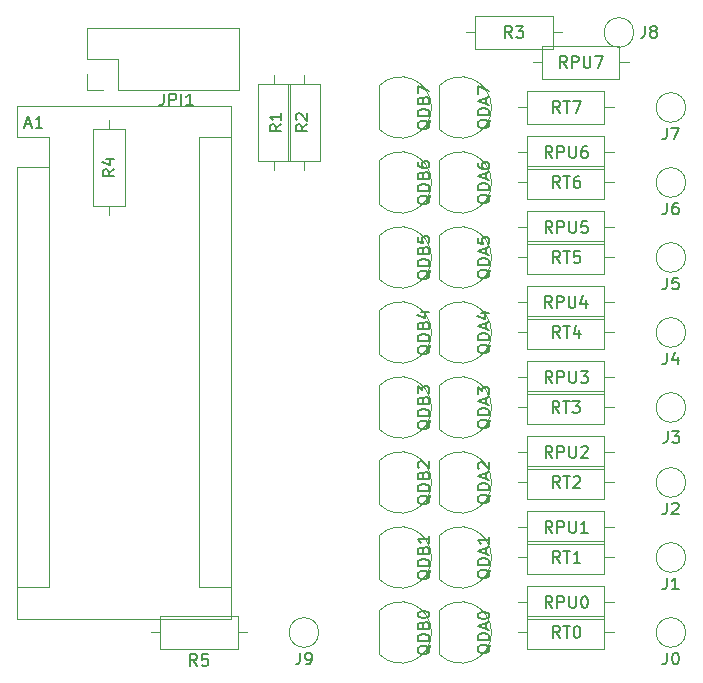
<source format=gto>
G04 #@! TF.GenerationSoftware,KiCad,Pcbnew,5.1.5-52549c5~84~ubuntu19.10.1*
G04 #@! TF.CreationDate,2020-03-08T12:02:41+01:00*
G04 #@! TF.ProjectId,touchcircuit,746f7563-6863-4697-9263-7569742e6b69,rev?*
G04 #@! TF.SameCoordinates,Original*
G04 #@! TF.FileFunction,Legend,Top*
G04 #@! TF.FilePolarity,Positive*
%FSLAX46Y46*%
G04 Gerber Fmt 4.6, Leading zero omitted, Abs format (unit mm)*
G04 Created by KiCad (PCBNEW 5.1.5-52549c5~84~ubuntu19.10.1) date 2020-03-08 12:02:41*
%MOMM*%
%LPD*%
G04 APERTURE LIST*
%ADD10C,0.120000*%
%ADD11C,0.150000*%
G04 APERTURE END LIST*
D10*
X16510000Y-25400000D02*
X16510000Y-22860000D01*
X16510000Y-22860000D02*
X13840000Y-22860000D01*
X13840000Y-25400000D02*
X13840000Y-63630000D01*
X13840000Y-20190000D02*
X13840000Y-22860000D01*
X29210000Y-22860000D02*
X31880000Y-22860000D01*
X29210000Y-22860000D02*
X29210000Y-60960000D01*
X29210000Y-60960000D02*
X31880000Y-60960000D01*
X16510000Y-25400000D02*
X13840000Y-25400000D01*
X16510000Y-25400000D02*
X16510000Y-60960000D01*
X16510000Y-60960000D02*
X13840000Y-60960000D01*
X13840000Y-63630000D02*
X31880000Y-63630000D01*
X31880000Y-63630000D02*
X31880000Y-20190000D01*
X31880000Y-20190000D02*
X13840000Y-20190000D01*
X70413575Y-64770000D02*
G75*
G03X70413575Y-64770000I-1251000J0D01*
G01*
X70413575Y-58420000D02*
G75*
G03X70413575Y-58420000I-1251000J0D01*
G01*
X70413575Y-52070000D02*
G75*
G03X70413575Y-52070000I-1251000J0D01*
G01*
X70413575Y-45720000D02*
G75*
G03X70413575Y-45720000I-1251000J0D01*
G01*
X70413575Y-39370000D02*
G75*
G03X70413575Y-39370000I-1251000J0D01*
G01*
X70413575Y-33020000D02*
G75*
G03X70413575Y-33020000I-1251000J0D01*
G01*
X70413575Y-26670000D02*
G75*
G03X70413575Y-26670000I-1251000J0D01*
G01*
X70413575Y-20320000D02*
G75*
G03X70413575Y-20320000I-1251000J0D01*
G01*
X66021000Y-13970000D02*
G75*
G03X66021000Y-13970000I-1251000J0D01*
G01*
X32560000Y-18800000D02*
X32560000Y-13600000D01*
X22340000Y-18800000D02*
X32560000Y-18800000D01*
X19740000Y-13600000D02*
X32560000Y-13600000D01*
X22340000Y-18800000D02*
X22340000Y-16200000D01*
X22340000Y-16200000D02*
X19740000Y-16200000D01*
X19740000Y-16200000D02*
X19740000Y-13600000D01*
X21070000Y-18800000D02*
X19740000Y-18800000D01*
X19740000Y-18800000D02*
X19740000Y-17470000D01*
X49544097Y-66608478D02*
G75*
G03X53982575Y-64770000I1838478J1838478D01*
G01*
X49544097Y-62931522D02*
G75*
G02X53982575Y-64770000I1838478J-1838478D01*
G01*
X49532575Y-62970000D02*
X49532575Y-66570000D01*
X49532575Y-56620000D02*
X49532575Y-60220000D01*
X49544097Y-56581522D02*
G75*
G02X53982575Y-58420000I1838478J-1838478D01*
G01*
X49544097Y-60258478D02*
G75*
G03X53982575Y-58420000I1838478J1838478D01*
G01*
X49544097Y-53908478D02*
G75*
G03X53982575Y-52070000I1838478J1838478D01*
G01*
X49544097Y-50231522D02*
G75*
G02X53982575Y-52070000I1838478J-1838478D01*
G01*
X49532575Y-50270000D02*
X49532575Y-53870000D01*
X49544097Y-47558478D02*
G75*
G03X53982575Y-45720000I1838478J1838478D01*
G01*
X49544097Y-43881522D02*
G75*
G02X53982575Y-45720000I1838478J-1838478D01*
G01*
X49532575Y-43920000D02*
X49532575Y-47520000D01*
X49544097Y-41208478D02*
G75*
G03X53982575Y-39370000I1838478J1838478D01*
G01*
X49544097Y-37531522D02*
G75*
G02X53982575Y-39370000I1838478J-1838478D01*
G01*
X49532575Y-37570000D02*
X49532575Y-41170000D01*
X49544097Y-34858478D02*
G75*
G03X53982575Y-33020000I1838478J1838478D01*
G01*
X49544097Y-31181522D02*
G75*
G02X53982575Y-33020000I1838478J-1838478D01*
G01*
X49532575Y-31220000D02*
X49532575Y-34820000D01*
X49544097Y-28508478D02*
G75*
G03X53982575Y-26670000I1838478J1838478D01*
G01*
X49544097Y-24831522D02*
G75*
G02X53982575Y-26670000I1838478J-1838478D01*
G01*
X49532575Y-24870000D02*
X49532575Y-28470000D01*
X49544097Y-22158478D02*
G75*
G03X53982575Y-20320000I1838478J1838478D01*
G01*
X49544097Y-18481522D02*
G75*
G02X53982575Y-20320000I1838478J-1838478D01*
G01*
X49532575Y-18520000D02*
X49532575Y-22120000D01*
X44464097Y-66608478D02*
G75*
G03X48902575Y-64770000I1838478J1838478D01*
G01*
X44464097Y-62931522D02*
G75*
G02X48902575Y-64770000I1838478J-1838478D01*
G01*
X44452575Y-62970000D02*
X44452575Y-66570000D01*
X44452575Y-56620000D02*
X44452575Y-60220000D01*
X44464097Y-56581522D02*
G75*
G02X48902575Y-58420000I1838478J-1838478D01*
G01*
X44464097Y-60258478D02*
G75*
G03X48902575Y-58420000I1838478J1838478D01*
G01*
X44452575Y-50270000D02*
X44452575Y-53870000D01*
X44464097Y-50231522D02*
G75*
G02X48902575Y-52070000I1838478J-1838478D01*
G01*
X44464097Y-53908478D02*
G75*
G03X48902575Y-52070000I1838478J1838478D01*
G01*
X44452575Y-43920000D02*
X44452575Y-47520000D01*
X44464097Y-43881522D02*
G75*
G02X48902575Y-45720000I1838478J-1838478D01*
G01*
X44464097Y-47558478D02*
G75*
G03X48902575Y-45720000I1838478J1838478D01*
G01*
X44452575Y-37570000D02*
X44452575Y-41170000D01*
X44464097Y-37531522D02*
G75*
G02X48902575Y-39370000I1838478J-1838478D01*
G01*
X44464097Y-41208478D02*
G75*
G03X48902575Y-39370000I1838478J1838478D01*
G01*
X44452575Y-31220000D02*
X44452575Y-34820000D01*
X44464097Y-31181522D02*
G75*
G02X48902575Y-33020000I1838478J-1838478D01*
G01*
X44464097Y-34858478D02*
G75*
G03X48902575Y-33020000I1838478J1838478D01*
G01*
X44452575Y-24870000D02*
X44452575Y-28470000D01*
X44464097Y-24831522D02*
G75*
G02X48902575Y-26670000I1838478J-1838478D01*
G01*
X44464097Y-28508478D02*
G75*
G03X48902575Y-26670000I1838478J1838478D01*
G01*
X44452575Y-18520000D02*
X44452575Y-22120000D01*
X44464097Y-18481522D02*
G75*
G02X48902575Y-20320000I1838478J-1838478D01*
G01*
X44464097Y-22158478D02*
G75*
G03X48902575Y-20320000I1838478J1838478D01*
G01*
X36730000Y-24860000D02*
X39470000Y-24860000D01*
X39470000Y-24860000D02*
X39470000Y-18320000D01*
X39470000Y-18320000D02*
X36730000Y-18320000D01*
X36730000Y-18320000D02*
X36730000Y-24860000D01*
X38100000Y-25630000D02*
X38100000Y-24860000D01*
X38100000Y-17550000D02*
X38100000Y-18320000D01*
X35560000Y-25630000D02*
X35560000Y-24860000D01*
X35560000Y-17550000D02*
X35560000Y-18320000D01*
X36930000Y-24860000D02*
X36930000Y-18320000D01*
X34190000Y-24860000D02*
X36930000Y-24860000D01*
X34190000Y-18320000D02*
X34190000Y-24860000D01*
X36930000Y-18320000D02*
X34190000Y-18320000D01*
X52610000Y-12600000D02*
X52610000Y-15340000D01*
X52610000Y-15340000D02*
X59150000Y-15340000D01*
X59150000Y-15340000D02*
X59150000Y-12600000D01*
X59150000Y-12600000D02*
X52610000Y-12600000D01*
X51840000Y-13970000D02*
X52610000Y-13970000D01*
X59920000Y-13970000D02*
X59150000Y-13970000D01*
X21590000Y-29440000D02*
X21590000Y-28670000D01*
X21590000Y-21360000D02*
X21590000Y-22130000D01*
X22960000Y-28670000D02*
X22960000Y-22130000D01*
X20220000Y-28670000D02*
X22960000Y-28670000D01*
X20220000Y-22130000D02*
X20220000Y-28670000D01*
X22960000Y-22130000D02*
X20220000Y-22130000D01*
X64312575Y-64770000D02*
X63542575Y-64770000D01*
X56232575Y-64770000D02*
X57002575Y-64770000D01*
X63542575Y-63400000D02*
X57002575Y-63400000D01*
X63542575Y-66140000D02*
X63542575Y-63400000D01*
X57002575Y-66140000D02*
X63542575Y-66140000D01*
X57002575Y-63400000D02*
X57002575Y-66140000D01*
X64312575Y-58420000D02*
X63542575Y-58420000D01*
X56232575Y-58420000D02*
X57002575Y-58420000D01*
X63542575Y-57050000D02*
X57002575Y-57050000D01*
X63542575Y-59790000D02*
X63542575Y-57050000D01*
X57002575Y-59790000D02*
X63542575Y-59790000D01*
X57002575Y-57050000D02*
X57002575Y-59790000D01*
X64312575Y-52070000D02*
X63542575Y-52070000D01*
X56232575Y-52070000D02*
X57002575Y-52070000D01*
X63542575Y-50700000D02*
X57002575Y-50700000D01*
X63542575Y-53440000D02*
X63542575Y-50700000D01*
X57002575Y-53440000D02*
X63542575Y-53440000D01*
X57002575Y-50700000D02*
X57002575Y-53440000D01*
X57002575Y-44350000D02*
X57002575Y-47090000D01*
X57002575Y-47090000D02*
X63542575Y-47090000D01*
X63542575Y-47090000D02*
X63542575Y-44350000D01*
X63542575Y-44350000D02*
X57002575Y-44350000D01*
X56232575Y-45720000D02*
X57002575Y-45720000D01*
X64312575Y-45720000D02*
X63542575Y-45720000D01*
X57002575Y-38000000D02*
X57002575Y-40740000D01*
X57002575Y-40740000D02*
X63542575Y-40740000D01*
X63542575Y-40740000D02*
X63542575Y-38000000D01*
X63542575Y-38000000D02*
X57002575Y-38000000D01*
X56232575Y-39370000D02*
X57002575Y-39370000D01*
X64312575Y-39370000D02*
X63542575Y-39370000D01*
X57002575Y-31650000D02*
X57002575Y-34390000D01*
X57002575Y-34390000D02*
X63542575Y-34390000D01*
X63542575Y-34390000D02*
X63542575Y-31650000D01*
X63542575Y-31650000D02*
X57002575Y-31650000D01*
X56232575Y-33020000D02*
X57002575Y-33020000D01*
X64312575Y-33020000D02*
X63542575Y-33020000D01*
X57002575Y-25300000D02*
X57002575Y-28040000D01*
X57002575Y-28040000D02*
X63542575Y-28040000D01*
X63542575Y-28040000D02*
X63542575Y-25300000D01*
X63542575Y-25300000D02*
X57002575Y-25300000D01*
X56232575Y-26670000D02*
X57002575Y-26670000D01*
X64312575Y-26670000D02*
X63542575Y-26670000D01*
X57002575Y-18950000D02*
X57002575Y-21690000D01*
X57002575Y-21690000D02*
X63542575Y-21690000D01*
X63542575Y-21690000D02*
X63542575Y-18950000D01*
X63542575Y-18950000D02*
X57002575Y-18950000D01*
X56232575Y-20320000D02*
X57002575Y-20320000D01*
X64312575Y-20320000D02*
X63542575Y-20320000D01*
X56232575Y-62230000D02*
X57002575Y-62230000D01*
X64312575Y-62230000D02*
X63542575Y-62230000D01*
X57002575Y-63600000D02*
X63542575Y-63600000D01*
X57002575Y-60860000D02*
X57002575Y-63600000D01*
X63542575Y-60860000D02*
X57002575Y-60860000D01*
X63542575Y-63600000D02*
X63542575Y-60860000D01*
X63542575Y-57250000D02*
X63542575Y-54510000D01*
X63542575Y-54510000D02*
X57002575Y-54510000D01*
X57002575Y-54510000D02*
X57002575Y-57250000D01*
X57002575Y-57250000D02*
X63542575Y-57250000D01*
X64312575Y-55880000D02*
X63542575Y-55880000D01*
X56232575Y-55880000D02*
X57002575Y-55880000D01*
X56232575Y-49530000D02*
X57002575Y-49530000D01*
X64312575Y-49530000D02*
X63542575Y-49530000D01*
X57002575Y-50900000D02*
X63542575Y-50900000D01*
X57002575Y-48160000D02*
X57002575Y-50900000D01*
X63542575Y-48160000D02*
X57002575Y-48160000D01*
X63542575Y-50900000D02*
X63542575Y-48160000D01*
X63542575Y-44550000D02*
X63542575Y-41810000D01*
X63542575Y-41810000D02*
X57002575Y-41810000D01*
X57002575Y-41810000D02*
X57002575Y-44550000D01*
X57002575Y-44550000D02*
X63542575Y-44550000D01*
X64312575Y-43180000D02*
X63542575Y-43180000D01*
X56232575Y-43180000D02*
X57002575Y-43180000D01*
X56232575Y-36830000D02*
X57002575Y-36830000D01*
X64312575Y-36830000D02*
X63542575Y-36830000D01*
X57002575Y-38200000D02*
X63542575Y-38200000D01*
X57002575Y-35460000D02*
X57002575Y-38200000D01*
X63542575Y-35460000D02*
X57002575Y-35460000D01*
X63542575Y-38200000D02*
X63542575Y-35460000D01*
X63542575Y-31850000D02*
X63542575Y-29110000D01*
X63542575Y-29110000D02*
X57002575Y-29110000D01*
X57002575Y-29110000D02*
X57002575Y-31850000D01*
X57002575Y-31850000D02*
X63542575Y-31850000D01*
X64312575Y-30480000D02*
X63542575Y-30480000D01*
X56232575Y-30480000D02*
X57002575Y-30480000D01*
X56232575Y-24130000D02*
X57002575Y-24130000D01*
X64312575Y-24130000D02*
X63542575Y-24130000D01*
X57002575Y-25500000D02*
X63542575Y-25500000D01*
X57002575Y-22760000D02*
X57002575Y-25500000D01*
X63542575Y-22760000D02*
X57002575Y-22760000D01*
X63542575Y-25500000D02*
X63542575Y-22760000D01*
X64812575Y-17880000D02*
X64812575Y-15140000D01*
X64812575Y-15140000D02*
X58272575Y-15140000D01*
X58272575Y-15140000D02*
X58272575Y-17880000D01*
X58272575Y-17880000D02*
X64812575Y-17880000D01*
X65582575Y-16510000D02*
X64812575Y-16510000D01*
X57502575Y-16510000D02*
X58272575Y-16510000D01*
X39351000Y-64770000D02*
G75*
G03X39351000Y-64770000I-1251000J0D01*
G01*
X32480000Y-66140000D02*
X32480000Y-63400000D01*
X32480000Y-63400000D02*
X25940000Y-63400000D01*
X25940000Y-63400000D02*
X25940000Y-66140000D01*
X25940000Y-66140000D02*
X32480000Y-66140000D01*
X33250000Y-64770000D02*
X32480000Y-64770000D01*
X25170000Y-64770000D02*
X25940000Y-64770000D01*
D11*
X14525714Y-21756666D02*
X15001904Y-21756666D01*
X14430476Y-22042380D02*
X14763809Y-21042380D01*
X15097142Y-22042380D01*
X15954285Y-22042380D02*
X15382857Y-22042380D01*
X15668571Y-22042380D02*
X15668571Y-21042380D01*
X15573333Y-21185238D01*
X15478095Y-21280476D01*
X15382857Y-21328095D01*
X68829241Y-66472380D02*
X68829241Y-67186666D01*
X68781622Y-67329523D01*
X68686384Y-67424761D01*
X68543527Y-67472380D01*
X68448289Y-67472380D01*
X69495908Y-66472380D02*
X69591146Y-66472380D01*
X69686384Y-66520000D01*
X69734003Y-66567619D01*
X69781622Y-66662857D01*
X69829241Y-66853333D01*
X69829241Y-67091428D01*
X69781622Y-67281904D01*
X69734003Y-67377142D01*
X69686384Y-67424761D01*
X69591146Y-67472380D01*
X69495908Y-67472380D01*
X69400670Y-67424761D01*
X69353051Y-67377142D01*
X69305432Y-67281904D01*
X69257813Y-67091428D01*
X69257813Y-66853333D01*
X69305432Y-66662857D01*
X69353051Y-66567619D01*
X69400670Y-66520000D01*
X69495908Y-66472380D01*
X68829241Y-60122380D02*
X68829241Y-60836666D01*
X68781622Y-60979523D01*
X68686384Y-61074761D01*
X68543527Y-61122380D01*
X68448289Y-61122380D01*
X69829241Y-61122380D02*
X69257813Y-61122380D01*
X69543527Y-61122380D02*
X69543527Y-60122380D01*
X69448289Y-60265238D01*
X69353051Y-60360476D01*
X69257813Y-60408095D01*
X68829241Y-53772380D02*
X68829241Y-54486666D01*
X68781622Y-54629523D01*
X68686384Y-54724761D01*
X68543527Y-54772380D01*
X68448289Y-54772380D01*
X69257813Y-53867619D02*
X69305432Y-53820000D01*
X69400670Y-53772380D01*
X69638765Y-53772380D01*
X69734003Y-53820000D01*
X69781622Y-53867619D01*
X69829241Y-53962857D01*
X69829241Y-54058095D01*
X69781622Y-54200952D01*
X69210194Y-54772380D01*
X69829241Y-54772380D01*
X68881666Y-47712380D02*
X68881666Y-48426666D01*
X68834047Y-48569523D01*
X68738809Y-48664761D01*
X68595952Y-48712380D01*
X68500714Y-48712380D01*
X69262619Y-47712380D02*
X69881666Y-47712380D01*
X69548333Y-48093333D01*
X69691190Y-48093333D01*
X69786428Y-48140952D01*
X69834047Y-48188571D01*
X69881666Y-48283809D01*
X69881666Y-48521904D01*
X69834047Y-48617142D01*
X69786428Y-48664761D01*
X69691190Y-48712380D01*
X69405476Y-48712380D01*
X69310238Y-48664761D01*
X69262619Y-48617142D01*
X68829241Y-41072380D02*
X68829241Y-41786666D01*
X68781622Y-41929523D01*
X68686384Y-42024761D01*
X68543527Y-42072380D01*
X68448289Y-42072380D01*
X69734003Y-41405714D02*
X69734003Y-42072380D01*
X69495908Y-41024761D02*
X69257813Y-41739047D01*
X69876860Y-41739047D01*
X68829241Y-34722380D02*
X68829241Y-35436666D01*
X68781622Y-35579523D01*
X68686384Y-35674761D01*
X68543527Y-35722380D01*
X68448289Y-35722380D01*
X69781622Y-34722380D02*
X69305432Y-34722380D01*
X69257813Y-35198571D01*
X69305432Y-35150952D01*
X69400670Y-35103333D01*
X69638765Y-35103333D01*
X69734003Y-35150952D01*
X69781622Y-35198571D01*
X69829241Y-35293809D01*
X69829241Y-35531904D01*
X69781622Y-35627142D01*
X69734003Y-35674761D01*
X69638765Y-35722380D01*
X69400670Y-35722380D01*
X69305432Y-35674761D01*
X69257813Y-35627142D01*
X68829241Y-28372380D02*
X68829241Y-29086666D01*
X68781622Y-29229523D01*
X68686384Y-29324761D01*
X68543527Y-29372380D01*
X68448289Y-29372380D01*
X69734003Y-28372380D02*
X69543527Y-28372380D01*
X69448289Y-28420000D01*
X69400670Y-28467619D01*
X69305432Y-28610476D01*
X69257813Y-28800952D01*
X69257813Y-29181904D01*
X69305432Y-29277142D01*
X69353051Y-29324761D01*
X69448289Y-29372380D01*
X69638765Y-29372380D01*
X69734003Y-29324761D01*
X69781622Y-29277142D01*
X69829241Y-29181904D01*
X69829241Y-28943809D01*
X69781622Y-28848571D01*
X69734003Y-28800952D01*
X69638765Y-28753333D01*
X69448289Y-28753333D01*
X69353051Y-28800952D01*
X69305432Y-28848571D01*
X69257813Y-28943809D01*
X68829241Y-22022380D02*
X68829241Y-22736666D01*
X68781622Y-22879523D01*
X68686384Y-22974761D01*
X68543527Y-23022380D01*
X68448289Y-23022380D01*
X69210194Y-22022380D02*
X69876860Y-22022380D01*
X69448289Y-23022380D01*
X66976666Y-13422380D02*
X66976666Y-14136666D01*
X66929047Y-14279523D01*
X66833809Y-14374761D01*
X66690952Y-14422380D01*
X66595714Y-14422380D01*
X67595714Y-13850952D02*
X67500476Y-13803333D01*
X67452857Y-13755714D01*
X67405238Y-13660476D01*
X67405238Y-13612857D01*
X67452857Y-13517619D01*
X67500476Y-13470000D01*
X67595714Y-13422380D01*
X67786190Y-13422380D01*
X67881428Y-13470000D01*
X67929047Y-13517619D01*
X67976666Y-13612857D01*
X67976666Y-13660476D01*
X67929047Y-13755714D01*
X67881428Y-13803333D01*
X67786190Y-13850952D01*
X67595714Y-13850952D01*
X67500476Y-13898571D01*
X67452857Y-13946190D01*
X67405238Y-14041428D01*
X67405238Y-14231904D01*
X67452857Y-14327142D01*
X67500476Y-14374761D01*
X67595714Y-14422380D01*
X67786190Y-14422380D01*
X67881428Y-14374761D01*
X67929047Y-14327142D01*
X67976666Y-14231904D01*
X67976666Y-14041428D01*
X67929047Y-13946190D01*
X67881428Y-13898571D01*
X67786190Y-13850952D01*
X26233571Y-19137380D02*
X26233571Y-19851666D01*
X26185952Y-19994523D01*
X26090714Y-20089761D01*
X25947857Y-20137380D01*
X25852619Y-20137380D01*
X26709761Y-20137380D02*
X26709761Y-19137380D01*
X27090714Y-19137380D01*
X27185952Y-19185000D01*
X27233571Y-19232619D01*
X27281190Y-19327857D01*
X27281190Y-19470714D01*
X27233571Y-19565952D01*
X27185952Y-19613571D01*
X27090714Y-19661190D01*
X26709761Y-19661190D01*
X27709761Y-20137380D02*
X27709761Y-19137380D01*
X28709761Y-20137380D02*
X28138333Y-20137380D01*
X28424047Y-20137380D02*
X28424047Y-19137380D01*
X28328809Y-19280238D01*
X28233571Y-19375476D01*
X28138333Y-19423095D01*
X53887619Y-65793809D02*
X53840000Y-65889047D01*
X53744761Y-65984285D01*
X53601904Y-66127142D01*
X53554285Y-66222380D01*
X53554285Y-66317619D01*
X53792380Y-66270000D02*
X53744761Y-66365238D01*
X53649523Y-66460476D01*
X53459047Y-66508095D01*
X53125714Y-66508095D01*
X52935238Y-66460476D01*
X52840000Y-66365238D01*
X52792380Y-66270000D01*
X52792380Y-66079523D01*
X52840000Y-65984285D01*
X52935238Y-65889047D01*
X53125714Y-65841428D01*
X53459047Y-65841428D01*
X53649523Y-65889047D01*
X53744761Y-65984285D01*
X53792380Y-66079523D01*
X53792380Y-66270000D01*
X53792380Y-65412857D02*
X52792380Y-65412857D01*
X52792380Y-65174761D01*
X52840000Y-65031904D01*
X52935238Y-64936666D01*
X53030476Y-64889047D01*
X53220952Y-64841428D01*
X53363809Y-64841428D01*
X53554285Y-64889047D01*
X53649523Y-64936666D01*
X53744761Y-65031904D01*
X53792380Y-65174761D01*
X53792380Y-65412857D01*
X53506666Y-64460476D02*
X53506666Y-63984285D01*
X53792380Y-64555714D02*
X52792380Y-64222380D01*
X53792380Y-63889047D01*
X52792380Y-63365238D02*
X52792380Y-63270000D01*
X52840000Y-63174761D01*
X52887619Y-63127142D01*
X52982857Y-63079523D01*
X53173333Y-63031904D01*
X53411428Y-63031904D01*
X53601904Y-63079523D01*
X53697142Y-63127142D01*
X53744761Y-63174761D01*
X53792380Y-63270000D01*
X53792380Y-63365238D01*
X53744761Y-63460476D01*
X53697142Y-63508095D01*
X53601904Y-63555714D01*
X53411428Y-63603333D01*
X53173333Y-63603333D01*
X52982857Y-63555714D01*
X52887619Y-63508095D01*
X52840000Y-63460476D01*
X52792380Y-63365238D01*
X53887619Y-59443809D02*
X53840000Y-59539047D01*
X53744761Y-59634285D01*
X53601904Y-59777142D01*
X53554285Y-59872380D01*
X53554285Y-59967619D01*
X53792380Y-59920000D02*
X53744761Y-60015238D01*
X53649523Y-60110476D01*
X53459047Y-60158095D01*
X53125714Y-60158095D01*
X52935238Y-60110476D01*
X52840000Y-60015238D01*
X52792380Y-59920000D01*
X52792380Y-59729523D01*
X52840000Y-59634285D01*
X52935238Y-59539047D01*
X53125714Y-59491428D01*
X53459047Y-59491428D01*
X53649523Y-59539047D01*
X53744761Y-59634285D01*
X53792380Y-59729523D01*
X53792380Y-59920000D01*
X53792380Y-59062857D02*
X52792380Y-59062857D01*
X52792380Y-58824761D01*
X52840000Y-58681904D01*
X52935238Y-58586666D01*
X53030476Y-58539047D01*
X53220952Y-58491428D01*
X53363809Y-58491428D01*
X53554285Y-58539047D01*
X53649523Y-58586666D01*
X53744761Y-58681904D01*
X53792380Y-58824761D01*
X53792380Y-59062857D01*
X53506666Y-58110476D02*
X53506666Y-57634285D01*
X53792380Y-58205714D02*
X52792380Y-57872380D01*
X53792380Y-57539047D01*
X53792380Y-56681904D02*
X53792380Y-57253333D01*
X53792380Y-56967619D02*
X52792380Y-56967619D01*
X52935238Y-57062857D01*
X53030476Y-57158095D01*
X53078095Y-57253333D01*
X53887619Y-53093809D02*
X53840000Y-53189047D01*
X53744761Y-53284285D01*
X53601904Y-53427142D01*
X53554285Y-53522380D01*
X53554285Y-53617619D01*
X53792380Y-53570000D02*
X53744761Y-53665238D01*
X53649523Y-53760476D01*
X53459047Y-53808095D01*
X53125714Y-53808095D01*
X52935238Y-53760476D01*
X52840000Y-53665238D01*
X52792380Y-53570000D01*
X52792380Y-53379523D01*
X52840000Y-53284285D01*
X52935238Y-53189047D01*
X53125714Y-53141428D01*
X53459047Y-53141428D01*
X53649523Y-53189047D01*
X53744761Y-53284285D01*
X53792380Y-53379523D01*
X53792380Y-53570000D01*
X53792380Y-52712857D02*
X52792380Y-52712857D01*
X52792380Y-52474761D01*
X52840000Y-52331904D01*
X52935238Y-52236666D01*
X53030476Y-52189047D01*
X53220952Y-52141428D01*
X53363809Y-52141428D01*
X53554285Y-52189047D01*
X53649523Y-52236666D01*
X53744761Y-52331904D01*
X53792380Y-52474761D01*
X53792380Y-52712857D01*
X53506666Y-51760476D02*
X53506666Y-51284285D01*
X53792380Y-51855714D02*
X52792380Y-51522380D01*
X53792380Y-51189047D01*
X52887619Y-50903333D02*
X52840000Y-50855714D01*
X52792380Y-50760476D01*
X52792380Y-50522380D01*
X52840000Y-50427142D01*
X52887619Y-50379523D01*
X52982857Y-50331904D01*
X53078095Y-50331904D01*
X53220952Y-50379523D01*
X53792380Y-50950952D01*
X53792380Y-50331904D01*
X53887619Y-46743809D02*
X53840000Y-46839047D01*
X53744761Y-46934285D01*
X53601904Y-47077142D01*
X53554285Y-47172380D01*
X53554285Y-47267619D01*
X53792380Y-47220000D02*
X53744761Y-47315238D01*
X53649523Y-47410476D01*
X53459047Y-47458095D01*
X53125714Y-47458095D01*
X52935238Y-47410476D01*
X52840000Y-47315238D01*
X52792380Y-47220000D01*
X52792380Y-47029523D01*
X52840000Y-46934285D01*
X52935238Y-46839047D01*
X53125714Y-46791428D01*
X53459047Y-46791428D01*
X53649523Y-46839047D01*
X53744761Y-46934285D01*
X53792380Y-47029523D01*
X53792380Y-47220000D01*
X53792380Y-46362857D02*
X52792380Y-46362857D01*
X52792380Y-46124761D01*
X52840000Y-45981904D01*
X52935238Y-45886666D01*
X53030476Y-45839047D01*
X53220952Y-45791428D01*
X53363809Y-45791428D01*
X53554285Y-45839047D01*
X53649523Y-45886666D01*
X53744761Y-45981904D01*
X53792380Y-46124761D01*
X53792380Y-46362857D01*
X53506666Y-45410476D02*
X53506666Y-44934285D01*
X53792380Y-45505714D02*
X52792380Y-45172380D01*
X53792380Y-44839047D01*
X52792380Y-44600952D02*
X52792380Y-43981904D01*
X53173333Y-44315238D01*
X53173333Y-44172380D01*
X53220952Y-44077142D01*
X53268571Y-44029523D01*
X53363809Y-43981904D01*
X53601904Y-43981904D01*
X53697142Y-44029523D01*
X53744761Y-44077142D01*
X53792380Y-44172380D01*
X53792380Y-44458095D01*
X53744761Y-44553333D01*
X53697142Y-44600952D01*
X53887619Y-40393809D02*
X53840000Y-40489047D01*
X53744761Y-40584285D01*
X53601904Y-40727142D01*
X53554285Y-40822380D01*
X53554285Y-40917619D01*
X53792380Y-40870000D02*
X53744761Y-40965238D01*
X53649523Y-41060476D01*
X53459047Y-41108095D01*
X53125714Y-41108095D01*
X52935238Y-41060476D01*
X52840000Y-40965238D01*
X52792380Y-40870000D01*
X52792380Y-40679523D01*
X52840000Y-40584285D01*
X52935238Y-40489047D01*
X53125714Y-40441428D01*
X53459047Y-40441428D01*
X53649523Y-40489047D01*
X53744761Y-40584285D01*
X53792380Y-40679523D01*
X53792380Y-40870000D01*
X53792380Y-40012857D02*
X52792380Y-40012857D01*
X52792380Y-39774761D01*
X52840000Y-39631904D01*
X52935238Y-39536666D01*
X53030476Y-39489047D01*
X53220952Y-39441428D01*
X53363809Y-39441428D01*
X53554285Y-39489047D01*
X53649523Y-39536666D01*
X53744761Y-39631904D01*
X53792380Y-39774761D01*
X53792380Y-40012857D01*
X53506666Y-39060476D02*
X53506666Y-38584285D01*
X53792380Y-39155714D02*
X52792380Y-38822380D01*
X53792380Y-38489047D01*
X53125714Y-37727142D02*
X53792380Y-37727142D01*
X52744761Y-37965238D02*
X53459047Y-38203333D01*
X53459047Y-37584285D01*
X53887619Y-34043809D02*
X53840000Y-34139047D01*
X53744761Y-34234285D01*
X53601904Y-34377142D01*
X53554285Y-34472380D01*
X53554285Y-34567619D01*
X53792380Y-34520000D02*
X53744761Y-34615238D01*
X53649523Y-34710476D01*
X53459047Y-34758095D01*
X53125714Y-34758095D01*
X52935238Y-34710476D01*
X52840000Y-34615238D01*
X52792380Y-34520000D01*
X52792380Y-34329523D01*
X52840000Y-34234285D01*
X52935238Y-34139047D01*
X53125714Y-34091428D01*
X53459047Y-34091428D01*
X53649523Y-34139047D01*
X53744761Y-34234285D01*
X53792380Y-34329523D01*
X53792380Y-34520000D01*
X53792380Y-33662857D02*
X52792380Y-33662857D01*
X52792380Y-33424761D01*
X52840000Y-33281904D01*
X52935238Y-33186666D01*
X53030476Y-33139047D01*
X53220952Y-33091428D01*
X53363809Y-33091428D01*
X53554285Y-33139047D01*
X53649523Y-33186666D01*
X53744761Y-33281904D01*
X53792380Y-33424761D01*
X53792380Y-33662857D01*
X53506666Y-32710476D02*
X53506666Y-32234285D01*
X53792380Y-32805714D02*
X52792380Y-32472380D01*
X53792380Y-32139047D01*
X52792380Y-31329523D02*
X52792380Y-31805714D01*
X53268571Y-31853333D01*
X53220952Y-31805714D01*
X53173333Y-31710476D01*
X53173333Y-31472380D01*
X53220952Y-31377142D01*
X53268571Y-31329523D01*
X53363809Y-31281904D01*
X53601904Y-31281904D01*
X53697142Y-31329523D01*
X53744761Y-31377142D01*
X53792380Y-31472380D01*
X53792380Y-31710476D01*
X53744761Y-31805714D01*
X53697142Y-31853333D01*
X53887619Y-27693809D02*
X53840000Y-27789047D01*
X53744761Y-27884285D01*
X53601904Y-28027142D01*
X53554285Y-28122380D01*
X53554285Y-28217619D01*
X53792380Y-28170000D02*
X53744761Y-28265238D01*
X53649523Y-28360476D01*
X53459047Y-28408095D01*
X53125714Y-28408095D01*
X52935238Y-28360476D01*
X52840000Y-28265238D01*
X52792380Y-28170000D01*
X52792380Y-27979523D01*
X52840000Y-27884285D01*
X52935238Y-27789047D01*
X53125714Y-27741428D01*
X53459047Y-27741428D01*
X53649523Y-27789047D01*
X53744761Y-27884285D01*
X53792380Y-27979523D01*
X53792380Y-28170000D01*
X53792380Y-27312857D02*
X52792380Y-27312857D01*
X52792380Y-27074761D01*
X52840000Y-26931904D01*
X52935238Y-26836666D01*
X53030476Y-26789047D01*
X53220952Y-26741428D01*
X53363809Y-26741428D01*
X53554285Y-26789047D01*
X53649523Y-26836666D01*
X53744761Y-26931904D01*
X53792380Y-27074761D01*
X53792380Y-27312857D01*
X53506666Y-26360476D02*
X53506666Y-25884285D01*
X53792380Y-26455714D02*
X52792380Y-26122380D01*
X53792380Y-25789047D01*
X52792380Y-25027142D02*
X52792380Y-25217619D01*
X52840000Y-25312857D01*
X52887619Y-25360476D01*
X53030476Y-25455714D01*
X53220952Y-25503333D01*
X53601904Y-25503333D01*
X53697142Y-25455714D01*
X53744761Y-25408095D01*
X53792380Y-25312857D01*
X53792380Y-25122380D01*
X53744761Y-25027142D01*
X53697142Y-24979523D01*
X53601904Y-24931904D01*
X53363809Y-24931904D01*
X53268571Y-24979523D01*
X53220952Y-25027142D01*
X53173333Y-25122380D01*
X53173333Y-25312857D01*
X53220952Y-25408095D01*
X53268571Y-25455714D01*
X53363809Y-25503333D01*
X53887619Y-21343809D02*
X53840000Y-21439047D01*
X53744761Y-21534285D01*
X53601904Y-21677142D01*
X53554285Y-21772380D01*
X53554285Y-21867619D01*
X53792380Y-21820000D02*
X53744761Y-21915238D01*
X53649523Y-22010476D01*
X53459047Y-22058095D01*
X53125714Y-22058095D01*
X52935238Y-22010476D01*
X52840000Y-21915238D01*
X52792380Y-21820000D01*
X52792380Y-21629523D01*
X52840000Y-21534285D01*
X52935238Y-21439047D01*
X53125714Y-21391428D01*
X53459047Y-21391428D01*
X53649523Y-21439047D01*
X53744761Y-21534285D01*
X53792380Y-21629523D01*
X53792380Y-21820000D01*
X53792380Y-20962857D02*
X52792380Y-20962857D01*
X52792380Y-20724761D01*
X52840000Y-20581904D01*
X52935238Y-20486666D01*
X53030476Y-20439047D01*
X53220952Y-20391428D01*
X53363809Y-20391428D01*
X53554285Y-20439047D01*
X53649523Y-20486666D01*
X53744761Y-20581904D01*
X53792380Y-20724761D01*
X53792380Y-20962857D01*
X53506666Y-20010476D02*
X53506666Y-19534285D01*
X53792380Y-20105714D02*
X52792380Y-19772380D01*
X53792380Y-19439047D01*
X52792380Y-19200952D02*
X52792380Y-18534285D01*
X53792380Y-18962857D01*
X48807619Y-65865238D02*
X48760000Y-65960476D01*
X48664761Y-66055714D01*
X48521904Y-66198571D01*
X48474285Y-66293809D01*
X48474285Y-66389047D01*
X48712380Y-66341428D02*
X48664761Y-66436666D01*
X48569523Y-66531904D01*
X48379047Y-66579523D01*
X48045714Y-66579523D01*
X47855238Y-66531904D01*
X47760000Y-66436666D01*
X47712380Y-66341428D01*
X47712380Y-66150952D01*
X47760000Y-66055714D01*
X47855238Y-65960476D01*
X48045714Y-65912857D01*
X48379047Y-65912857D01*
X48569523Y-65960476D01*
X48664761Y-66055714D01*
X48712380Y-66150952D01*
X48712380Y-66341428D01*
X48712380Y-65484285D02*
X47712380Y-65484285D01*
X47712380Y-65246190D01*
X47760000Y-65103333D01*
X47855238Y-65008095D01*
X47950476Y-64960476D01*
X48140952Y-64912857D01*
X48283809Y-64912857D01*
X48474285Y-64960476D01*
X48569523Y-65008095D01*
X48664761Y-65103333D01*
X48712380Y-65246190D01*
X48712380Y-65484285D01*
X48188571Y-64150952D02*
X48236190Y-64008095D01*
X48283809Y-63960476D01*
X48379047Y-63912857D01*
X48521904Y-63912857D01*
X48617142Y-63960476D01*
X48664761Y-64008095D01*
X48712380Y-64103333D01*
X48712380Y-64484285D01*
X47712380Y-64484285D01*
X47712380Y-64150952D01*
X47760000Y-64055714D01*
X47807619Y-64008095D01*
X47902857Y-63960476D01*
X47998095Y-63960476D01*
X48093333Y-64008095D01*
X48140952Y-64055714D01*
X48188571Y-64150952D01*
X48188571Y-64484285D01*
X47712380Y-63293809D02*
X47712380Y-63198571D01*
X47760000Y-63103333D01*
X47807619Y-63055714D01*
X47902857Y-63008095D01*
X48093333Y-62960476D01*
X48331428Y-62960476D01*
X48521904Y-63008095D01*
X48617142Y-63055714D01*
X48664761Y-63103333D01*
X48712380Y-63198571D01*
X48712380Y-63293809D01*
X48664761Y-63389047D01*
X48617142Y-63436666D01*
X48521904Y-63484285D01*
X48331428Y-63531904D01*
X48093333Y-63531904D01*
X47902857Y-63484285D01*
X47807619Y-63436666D01*
X47760000Y-63389047D01*
X47712380Y-63293809D01*
X48807619Y-59515238D02*
X48760000Y-59610476D01*
X48664761Y-59705714D01*
X48521904Y-59848571D01*
X48474285Y-59943809D01*
X48474285Y-60039047D01*
X48712380Y-59991428D02*
X48664761Y-60086666D01*
X48569523Y-60181904D01*
X48379047Y-60229523D01*
X48045714Y-60229523D01*
X47855238Y-60181904D01*
X47760000Y-60086666D01*
X47712380Y-59991428D01*
X47712380Y-59800952D01*
X47760000Y-59705714D01*
X47855238Y-59610476D01*
X48045714Y-59562857D01*
X48379047Y-59562857D01*
X48569523Y-59610476D01*
X48664761Y-59705714D01*
X48712380Y-59800952D01*
X48712380Y-59991428D01*
X48712380Y-59134285D02*
X47712380Y-59134285D01*
X47712380Y-58896190D01*
X47760000Y-58753333D01*
X47855238Y-58658095D01*
X47950476Y-58610476D01*
X48140952Y-58562857D01*
X48283809Y-58562857D01*
X48474285Y-58610476D01*
X48569523Y-58658095D01*
X48664761Y-58753333D01*
X48712380Y-58896190D01*
X48712380Y-59134285D01*
X48188571Y-57800952D02*
X48236190Y-57658095D01*
X48283809Y-57610476D01*
X48379047Y-57562857D01*
X48521904Y-57562857D01*
X48617142Y-57610476D01*
X48664761Y-57658095D01*
X48712380Y-57753333D01*
X48712380Y-58134285D01*
X47712380Y-58134285D01*
X47712380Y-57800952D01*
X47760000Y-57705714D01*
X47807619Y-57658095D01*
X47902857Y-57610476D01*
X47998095Y-57610476D01*
X48093333Y-57658095D01*
X48140952Y-57705714D01*
X48188571Y-57800952D01*
X48188571Y-58134285D01*
X48712380Y-56610476D02*
X48712380Y-57181904D01*
X48712380Y-56896190D02*
X47712380Y-56896190D01*
X47855238Y-56991428D01*
X47950476Y-57086666D01*
X47998095Y-57181904D01*
X48807619Y-53165238D02*
X48760000Y-53260476D01*
X48664761Y-53355714D01*
X48521904Y-53498571D01*
X48474285Y-53593809D01*
X48474285Y-53689047D01*
X48712380Y-53641428D02*
X48664761Y-53736666D01*
X48569523Y-53831904D01*
X48379047Y-53879523D01*
X48045714Y-53879523D01*
X47855238Y-53831904D01*
X47760000Y-53736666D01*
X47712380Y-53641428D01*
X47712380Y-53450952D01*
X47760000Y-53355714D01*
X47855238Y-53260476D01*
X48045714Y-53212857D01*
X48379047Y-53212857D01*
X48569523Y-53260476D01*
X48664761Y-53355714D01*
X48712380Y-53450952D01*
X48712380Y-53641428D01*
X48712380Y-52784285D02*
X47712380Y-52784285D01*
X47712380Y-52546190D01*
X47760000Y-52403333D01*
X47855238Y-52308095D01*
X47950476Y-52260476D01*
X48140952Y-52212857D01*
X48283809Y-52212857D01*
X48474285Y-52260476D01*
X48569523Y-52308095D01*
X48664761Y-52403333D01*
X48712380Y-52546190D01*
X48712380Y-52784285D01*
X48188571Y-51450952D02*
X48236190Y-51308095D01*
X48283809Y-51260476D01*
X48379047Y-51212857D01*
X48521904Y-51212857D01*
X48617142Y-51260476D01*
X48664761Y-51308095D01*
X48712380Y-51403333D01*
X48712380Y-51784285D01*
X47712380Y-51784285D01*
X47712380Y-51450952D01*
X47760000Y-51355714D01*
X47807619Y-51308095D01*
X47902857Y-51260476D01*
X47998095Y-51260476D01*
X48093333Y-51308095D01*
X48140952Y-51355714D01*
X48188571Y-51450952D01*
X48188571Y-51784285D01*
X47807619Y-50831904D02*
X47760000Y-50784285D01*
X47712380Y-50689047D01*
X47712380Y-50450952D01*
X47760000Y-50355714D01*
X47807619Y-50308095D01*
X47902857Y-50260476D01*
X47998095Y-50260476D01*
X48140952Y-50308095D01*
X48712380Y-50879523D01*
X48712380Y-50260476D01*
X48807619Y-46815238D02*
X48760000Y-46910476D01*
X48664761Y-47005714D01*
X48521904Y-47148571D01*
X48474285Y-47243809D01*
X48474285Y-47339047D01*
X48712380Y-47291428D02*
X48664761Y-47386666D01*
X48569523Y-47481904D01*
X48379047Y-47529523D01*
X48045714Y-47529523D01*
X47855238Y-47481904D01*
X47760000Y-47386666D01*
X47712380Y-47291428D01*
X47712380Y-47100952D01*
X47760000Y-47005714D01*
X47855238Y-46910476D01*
X48045714Y-46862857D01*
X48379047Y-46862857D01*
X48569523Y-46910476D01*
X48664761Y-47005714D01*
X48712380Y-47100952D01*
X48712380Y-47291428D01*
X48712380Y-46434285D02*
X47712380Y-46434285D01*
X47712380Y-46196190D01*
X47760000Y-46053333D01*
X47855238Y-45958095D01*
X47950476Y-45910476D01*
X48140952Y-45862857D01*
X48283809Y-45862857D01*
X48474285Y-45910476D01*
X48569523Y-45958095D01*
X48664761Y-46053333D01*
X48712380Y-46196190D01*
X48712380Y-46434285D01*
X48188571Y-45100952D02*
X48236190Y-44958095D01*
X48283809Y-44910476D01*
X48379047Y-44862857D01*
X48521904Y-44862857D01*
X48617142Y-44910476D01*
X48664761Y-44958095D01*
X48712380Y-45053333D01*
X48712380Y-45434285D01*
X47712380Y-45434285D01*
X47712380Y-45100952D01*
X47760000Y-45005714D01*
X47807619Y-44958095D01*
X47902857Y-44910476D01*
X47998095Y-44910476D01*
X48093333Y-44958095D01*
X48140952Y-45005714D01*
X48188571Y-45100952D01*
X48188571Y-45434285D01*
X47712380Y-44529523D02*
X47712380Y-43910476D01*
X48093333Y-44243809D01*
X48093333Y-44100952D01*
X48140952Y-44005714D01*
X48188571Y-43958095D01*
X48283809Y-43910476D01*
X48521904Y-43910476D01*
X48617142Y-43958095D01*
X48664761Y-44005714D01*
X48712380Y-44100952D01*
X48712380Y-44386666D01*
X48664761Y-44481904D01*
X48617142Y-44529523D01*
X48807619Y-40465238D02*
X48760000Y-40560476D01*
X48664761Y-40655714D01*
X48521904Y-40798571D01*
X48474285Y-40893809D01*
X48474285Y-40989047D01*
X48712380Y-40941428D02*
X48664761Y-41036666D01*
X48569523Y-41131904D01*
X48379047Y-41179523D01*
X48045714Y-41179523D01*
X47855238Y-41131904D01*
X47760000Y-41036666D01*
X47712380Y-40941428D01*
X47712380Y-40750952D01*
X47760000Y-40655714D01*
X47855238Y-40560476D01*
X48045714Y-40512857D01*
X48379047Y-40512857D01*
X48569523Y-40560476D01*
X48664761Y-40655714D01*
X48712380Y-40750952D01*
X48712380Y-40941428D01*
X48712380Y-40084285D02*
X47712380Y-40084285D01*
X47712380Y-39846190D01*
X47760000Y-39703333D01*
X47855238Y-39608095D01*
X47950476Y-39560476D01*
X48140952Y-39512857D01*
X48283809Y-39512857D01*
X48474285Y-39560476D01*
X48569523Y-39608095D01*
X48664761Y-39703333D01*
X48712380Y-39846190D01*
X48712380Y-40084285D01*
X48188571Y-38750952D02*
X48236190Y-38608095D01*
X48283809Y-38560476D01*
X48379047Y-38512857D01*
X48521904Y-38512857D01*
X48617142Y-38560476D01*
X48664761Y-38608095D01*
X48712380Y-38703333D01*
X48712380Y-39084285D01*
X47712380Y-39084285D01*
X47712380Y-38750952D01*
X47760000Y-38655714D01*
X47807619Y-38608095D01*
X47902857Y-38560476D01*
X47998095Y-38560476D01*
X48093333Y-38608095D01*
X48140952Y-38655714D01*
X48188571Y-38750952D01*
X48188571Y-39084285D01*
X48045714Y-37655714D02*
X48712380Y-37655714D01*
X47664761Y-37893809D02*
X48379047Y-38131904D01*
X48379047Y-37512857D01*
X48807619Y-34115238D02*
X48760000Y-34210476D01*
X48664761Y-34305714D01*
X48521904Y-34448571D01*
X48474285Y-34543809D01*
X48474285Y-34639047D01*
X48712380Y-34591428D02*
X48664761Y-34686666D01*
X48569523Y-34781904D01*
X48379047Y-34829523D01*
X48045714Y-34829523D01*
X47855238Y-34781904D01*
X47760000Y-34686666D01*
X47712380Y-34591428D01*
X47712380Y-34400952D01*
X47760000Y-34305714D01*
X47855238Y-34210476D01*
X48045714Y-34162857D01*
X48379047Y-34162857D01*
X48569523Y-34210476D01*
X48664761Y-34305714D01*
X48712380Y-34400952D01*
X48712380Y-34591428D01*
X48712380Y-33734285D02*
X47712380Y-33734285D01*
X47712380Y-33496190D01*
X47760000Y-33353333D01*
X47855238Y-33258095D01*
X47950476Y-33210476D01*
X48140952Y-33162857D01*
X48283809Y-33162857D01*
X48474285Y-33210476D01*
X48569523Y-33258095D01*
X48664761Y-33353333D01*
X48712380Y-33496190D01*
X48712380Y-33734285D01*
X48188571Y-32400952D02*
X48236190Y-32258095D01*
X48283809Y-32210476D01*
X48379047Y-32162857D01*
X48521904Y-32162857D01*
X48617142Y-32210476D01*
X48664761Y-32258095D01*
X48712380Y-32353333D01*
X48712380Y-32734285D01*
X47712380Y-32734285D01*
X47712380Y-32400952D01*
X47760000Y-32305714D01*
X47807619Y-32258095D01*
X47902857Y-32210476D01*
X47998095Y-32210476D01*
X48093333Y-32258095D01*
X48140952Y-32305714D01*
X48188571Y-32400952D01*
X48188571Y-32734285D01*
X47712380Y-31258095D02*
X47712380Y-31734285D01*
X48188571Y-31781904D01*
X48140952Y-31734285D01*
X48093333Y-31639047D01*
X48093333Y-31400952D01*
X48140952Y-31305714D01*
X48188571Y-31258095D01*
X48283809Y-31210476D01*
X48521904Y-31210476D01*
X48617142Y-31258095D01*
X48664761Y-31305714D01*
X48712380Y-31400952D01*
X48712380Y-31639047D01*
X48664761Y-31734285D01*
X48617142Y-31781904D01*
X48807619Y-27765238D02*
X48760000Y-27860476D01*
X48664761Y-27955714D01*
X48521904Y-28098571D01*
X48474285Y-28193809D01*
X48474285Y-28289047D01*
X48712380Y-28241428D02*
X48664761Y-28336666D01*
X48569523Y-28431904D01*
X48379047Y-28479523D01*
X48045714Y-28479523D01*
X47855238Y-28431904D01*
X47760000Y-28336666D01*
X47712380Y-28241428D01*
X47712380Y-28050952D01*
X47760000Y-27955714D01*
X47855238Y-27860476D01*
X48045714Y-27812857D01*
X48379047Y-27812857D01*
X48569523Y-27860476D01*
X48664761Y-27955714D01*
X48712380Y-28050952D01*
X48712380Y-28241428D01*
X48712380Y-27384285D02*
X47712380Y-27384285D01*
X47712380Y-27146190D01*
X47760000Y-27003333D01*
X47855238Y-26908095D01*
X47950476Y-26860476D01*
X48140952Y-26812857D01*
X48283809Y-26812857D01*
X48474285Y-26860476D01*
X48569523Y-26908095D01*
X48664761Y-27003333D01*
X48712380Y-27146190D01*
X48712380Y-27384285D01*
X48188571Y-26050952D02*
X48236190Y-25908095D01*
X48283809Y-25860476D01*
X48379047Y-25812857D01*
X48521904Y-25812857D01*
X48617142Y-25860476D01*
X48664761Y-25908095D01*
X48712380Y-26003333D01*
X48712380Y-26384285D01*
X47712380Y-26384285D01*
X47712380Y-26050952D01*
X47760000Y-25955714D01*
X47807619Y-25908095D01*
X47902857Y-25860476D01*
X47998095Y-25860476D01*
X48093333Y-25908095D01*
X48140952Y-25955714D01*
X48188571Y-26050952D01*
X48188571Y-26384285D01*
X47712380Y-24955714D02*
X47712380Y-25146190D01*
X47760000Y-25241428D01*
X47807619Y-25289047D01*
X47950476Y-25384285D01*
X48140952Y-25431904D01*
X48521904Y-25431904D01*
X48617142Y-25384285D01*
X48664761Y-25336666D01*
X48712380Y-25241428D01*
X48712380Y-25050952D01*
X48664761Y-24955714D01*
X48617142Y-24908095D01*
X48521904Y-24860476D01*
X48283809Y-24860476D01*
X48188571Y-24908095D01*
X48140952Y-24955714D01*
X48093333Y-25050952D01*
X48093333Y-25241428D01*
X48140952Y-25336666D01*
X48188571Y-25384285D01*
X48283809Y-25431904D01*
X48807619Y-21415238D02*
X48760000Y-21510476D01*
X48664761Y-21605714D01*
X48521904Y-21748571D01*
X48474285Y-21843809D01*
X48474285Y-21939047D01*
X48712380Y-21891428D02*
X48664761Y-21986666D01*
X48569523Y-22081904D01*
X48379047Y-22129523D01*
X48045714Y-22129523D01*
X47855238Y-22081904D01*
X47760000Y-21986666D01*
X47712380Y-21891428D01*
X47712380Y-21700952D01*
X47760000Y-21605714D01*
X47855238Y-21510476D01*
X48045714Y-21462857D01*
X48379047Y-21462857D01*
X48569523Y-21510476D01*
X48664761Y-21605714D01*
X48712380Y-21700952D01*
X48712380Y-21891428D01*
X48712380Y-21034285D02*
X47712380Y-21034285D01*
X47712380Y-20796190D01*
X47760000Y-20653333D01*
X47855238Y-20558095D01*
X47950476Y-20510476D01*
X48140952Y-20462857D01*
X48283809Y-20462857D01*
X48474285Y-20510476D01*
X48569523Y-20558095D01*
X48664761Y-20653333D01*
X48712380Y-20796190D01*
X48712380Y-21034285D01*
X48188571Y-19700952D02*
X48236190Y-19558095D01*
X48283809Y-19510476D01*
X48379047Y-19462857D01*
X48521904Y-19462857D01*
X48617142Y-19510476D01*
X48664761Y-19558095D01*
X48712380Y-19653333D01*
X48712380Y-20034285D01*
X47712380Y-20034285D01*
X47712380Y-19700952D01*
X47760000Y-19605714D01*
X47807619Y-19558095D01*
X47902857Y-19510476D01*
X47998095Y-19510476D01*
X48093333Y-19558095D01*
X48140952Y-19605714D01*
X48188571Y-19700952D01*
X48188571Y-20034285D01*
X47712380Y-19129523D02*
X47712380Y-18462857D01*
X48712380Y-18891428D01*
X36182380Y-21756666D02*
X35706190Y-22090000D01*
X36182380Y-22328095D02*
X35182380Y-22328095D01*
X35182380Y-21947142D01*
X35230000Y-21851904D01*
X35277619Y-21804285D01*
X35372857Y-21756666D01*
X35515714Y-21756666D01*
X35610952Y-21804285D01*
X35658571Y-21851904D01*
X35706190Y-21947142D01*
X35706190Y-22328095D01*
X36182380Y-20804285D02*
X36182380Y-21375714D01*
X36182380Y-21090000D02*
X35182380Y-21090000D01*
X35325238Y-21185238D01*
X35420476Y-21280476D01*
X35468095Y-21375714D01*
X38382380Y-21756666D02*
X37906190Y-22090000D01*
X38382380Y-22328095D02*
X37382380Y-22328095D01*
X37382380Y-21947142D01*
X37430000Y-21851904D01*
X37477619Y-21804285D01*
X37572857Y-21756666D01*
X37715714Y-21756666D01*
X37810952Y-21804285D01*
X37858571Y-21851904D01*
X37906190Y-21947142D01*
X37906190Y-22328095D01*
X37477619Y-21375714D02*
X37430000Y-21328095D01*
X37382380Y-21232857D01*
X37382380Y-20994761D01*
X37430000Y-20899523D01*
X37477619Y-20851904D01*
X37572857Y-20804285D01*
X37668095Y-20804285D01*
X37810952Y-20851904D01*
X38382380Y-21423333D01*
X38382380Y-20804285D01*
X55713333Y-14422380D02*
X55380000Y-13946190D01*
X55141904Y-14422380D02*
X55141904Y-13422380D01*
X55522857Y-13422380D01*
X55618095Y-13470000D01*
X55665714Y-13517619D01*
X55713333Y-13612857D01*
X55713333Y-13755714D01*
X55665714Y-13850952D01*
X55618095Y-13898571D01*
X55522857Y-13946190D01*
X55141904Y-13946190D01*
X56046666Y-13422380D02*
X56665714Y-13422380D01*
X56332380Y-13803333D01*
X56475238Y-13803333D01*
X56570476Y-13850952D01*
X56618095Y-13898571D01*
X56665714Y-13993809D01*
X56665714Y-14231904D01*
X56618095Y-14327142D01*
X56570476Y-14374761D01*
X56475238Y-14422380D01*
X56189523Y-14422380D01*
X56094285Y-14374761D01*
X56046666Y-14327142D01*
X22042380Y-25566666D02*
X21566190Y-25900000D01*
X22042380Y-26138095D02*
X21042380Y-26138095D01*
X21042380Y-25757142D01*
X21090000Y-25661904D01*
X21137619Y-25614285D01*
X21232857Y-25566666D01*
X21375714Y-25566666D01*
X21470952Y-25614285D01*
X21518571Y-25661904D01*
X21566190Y-25757142D01*
X21566190Y-26138095D01*
X21375714Y-24709523D02*
X22042380Y-24709523D01*
X20994761Y-24947619D02*
X21709047Y-25185714D01*
X21709047Y-24566666D01*
X59777380Y-65222380D02*
X59444047Y-64746190D01*
X59205952Y-65222380D02*
X59205952Y-64222380D01*
X59586904Y-64222380D01*
X59682142Y-64270000D01*
X59729761Y-64317619D01*
X59777380Y-64412857D01*
X59777380Y-64555714D01*
X59729761Y-64650952D01*
X59682142Y-64698571D01*
X59586904Y-64746190D01*
X59205952Y-64746190D01*
X60063095Y-64222380D02*
X60634523Y-64222380D01*
X60348809Y-65222380D02*
X60348809Y-64222380D01*
X61158333Y-64222380D02*
X61253571Y-64222380D01*
X61348809Y-64270000D01*
X61396428Y-64317619D01*
X61444047Y-64412857D01*
X61491666Y-64603333D01*
X61491666Y-64841428D01*
X61444047Y-65031904D01*
X61396428Y-65127142D01*
X61348809Y-65174761D01*
X61253571Y-65222380D01*
X61158333Y-65222380D01*
X61063095Y-65174761D01*
X61015476Y-65127142D01*
X60967857Y-65031904D01*
X60920238Y-64841428D01*
X60920238Y-64603333D01*
X60967857Y-64412857D01*
X61015476Y-64317619D01*
X61063095Y-64270000D01*
X61158333Y-64222380D01*
X59777380Y-58872380D02*
X59444047Y-58396190D01*
X59205952Y-58872380D02*
X59205952Y-57872380D01*
X59586904Y-57872380D01*
X59682142Y-57920000D01*
X59729761Y-57967619D01*
X59777380Y-58062857D01*
X59777380Y-58205714D01*
X59729761Y-58300952D01*
X59682142Y-58348571D01*
X59586904Y-58396190D01*
X59205952Y-58396190D01*
X60063095Y-57872380D02*
X60634523Y-57872380D01*
X60348809Y-58872380D02*
X60348809Y-57872380D01*
X61491666Y-58872380D02*
X60920238Y-58872380D01*
X61205952Y-58872380D02*
X61205952Y-57872380D01*
X61110714Y-58015238D01*
X61015476Y-58110476D01*
X60920238Y-58158095D01*
X59777380Y-52522380D02*
X59444047Y-52046190D01*
X59205952Y-52522380D02*
X59205952Y-51522380D01*
X59586904Y-51522380D01*
X59682142Y-51570000D01*
X59729761Y-51617619D01*
X59777380Y-51712857D01*
X59777380Y-51855714D01*
X59729761Y-51950952D01*
X59682142Y-51998571D01*
X59586904Y-52046190D01*
X59205952Y-52046190D01*
X60063095Y-51522380D02*
X60634523Y-51522380D01*
X60348809Y-52522380D02*
X60348809Y-51522380D01*
X60920238Y-51617619D02*
X60967857Y-51570000D01*
X61063095Y-51522380D01*
X61301190Y-51522380D01*
X61396428Y-51570000D01*
X61444047Y-51617619D01*
X61491666Y-51712857D01*
X61491666Y-51808095D01*
X61444047Y-51950952D01*
X60872619Y-52522380D01*
X61491666Y-52522380D01*
X59724955Y-46172380D02*
X59391622Y-45696190D01*
X59153527Y-46172380D02*
X59153527Y-45172380D01*
X59534479Y-45172380D01*
X59629717Y-45220000D01*
X59677336Y-45267619D01*
X59724955Y-45362857D01*
X59724955Y-45505714D01*
X59677336Y-45600952D01*
X59629717Y-45648571D01*
X59534479Y-45696190D01*
X59153527Y-45696190D01*
X60010670Y-45172380D02*
X60582098Y-45172380D01*
X60296384Y-46172380D02*
X60296384Y-45172380D01*
X60820194Y-45172380D02*
X61439241Y-45172380D01*
X61105908Y-45553333D01*
X61248765Y-45553333D01*
X61344003Y-45600952D01*
X61391622Y-45648571D01*
X61439241Y-45743809D01*
X61439241Y-45981904D01*
X61391622Y-46077142D01*
X61344003Y-46124761D01*
X61248765Y-46172380D01*
X60963051Y-46172380D01*
X60867813Y-46124761D01*
X60820194Y-46077142D01*
X59777380Y-39822380D02*
X59444047Y-39346190D01*
X59205952Y-39822380D02*
X59205952Y-38822380D01*
X59586904Y-38822380D01*
X59682142Y-38870000D01*
X59729761Y-38917619D01*
X59777380Y-39012857D01*
X59777380Y-39155714D01*
X59729761Y-39250952D01*
X59682142Y-39298571D01*
X59586904Y-39346190D01*
X59205952Y-39346190D01*
X60063095Y-38822380D02*
X60634523Y-38822380D01*
X60348809Y-39822380D02*
X60348809Y-38822380D01*
X61396428Y-39155714D02*
X61396428Y-39822380D01*
X61158333Y-38774761D02*
X60920238Y-39489047D01*
X61539285Y-39489047D01*
X59777380Y-33472380D02*
X59444047Y-32996190D01*
X59205952Y-33472380D02*
X59205952Y-32472380D01*
X59586904Y-32472380D01*
X59682142Y-32520000D01*
X59729761Y-32567619D01*
X59777380Y-32662857D01*
X59777380Y-32805714D01*
X59729761Y-32900952D01*
X59682142Y-32948571D01*
X59586904Y-32996190D01*
X59205952Y-32996190D01*
X60063095Y-32472380D02*
X60634523Y-32472380D01*
X60348809Y-33472380D02*
X60348809Y-32472380D01*
X61444047Y-32472380D02*
X60967857Y-32472380D01*
X60920238Y-32948571D01*
X60967857Y-32900952D01*
X61063095Y-32853333D01*
X61301190Y-32853333D01*
X61396428Y-32900952D01*
X61444047Y-32948571D01*
X61491666Y-33043809D01*
X61491666Y-33281904D01*
X61444047Y-33377142D01*
X61396428Y-33424761D01*
X61301190Y-33472380D01*
X61063095Y-33472380D01*
X60967857Y-33424761D01*
X60920238Y-33377142D01*
X59777380Y-27122380D02*
X59444047Y-26646190D01*
X59205952Y-27122380D02*
X59205952Y-26122380D01*
X59586904Y-26122380D01*
X59682142Y-26170000D01*
X59729761Y-26217619D01*
X59777380Y-26312857D01*
X59777380Y-26455714D01*
X59729761Y-26550952D01*
X59682142Y-26598571D01*
X59586904Y-26646190D01*
X59205952Y-26646190D01*
X60063095Y-26122380D02*
X60634523Y-26122380D01*
X60348809Y-27122380D02*
X60348809Y-26122380D01*
X61396428Y-26122380D02*
X61205952Y-26122380D01*
X61110714Y-26170000D01*
X61063095Y-26217619D01*
X60967857Y-26360476D01*
X60920238Y-26550952D01*
X60920238Y-26931904D01*
X60967857Y-27027142D01*
X61015476Y-27074761D01*
X61110714Y-27122380D01*
X61301190Y-27122380D01*
X61396428Y-27074761D01*
X61444047Y-27027142D01*
X61491666Y-26931904D01*
X61491666Y-26693809D01*
X61444047Y-26598571D01*
X61396428Y-26550952D01*
X61301190Y-26503333D01*
X61110714Y-26503333D01*
X61015476Y-26550952D01*
X60967857Y-26598571D01*
X60920238Y-26693809D01*
X59777380Y-20772380D02*
X59444047Y-20296190D01*
X59205952Y-20772380D02*
X59205952Y-19772380D01*
X59586904Y-19772380D01*
X59682142Y-19820000D01*
X59729761Y-19867619D01*
X59777380Y-19962857D01*
X59777380Y-20105714D01*
X59729761Y-20200952D01*
X59682142Y-20248571D01*
X59586904Y-20296190D01*
X59205952Y-20296190D01*
X60063095Y-19772380D02*
X60634523Y-19772380D01*
X60348809Y-20772380D02*
X60348809Y-19772380D01*
X60872619Y-19772380D02*
X61539285Y-19772380D01*
X61110714Y-20772380D01*
X59134523Y-62682380D02*
X58801190Y-62206190D01*
X58563095Y-62682380D02*
X58563095Y-61682380D01*
X58944047Y-61682380D01*
X59039285Y-61730000D01*
X59086904Y-61777619D01*
X59134523Y-61872857D01*
X59134523Y-62015714D01*
X59086904Y-62110952D01*
X59039285Y-62158571D01*
X58944047Y-62206190D01*
X58563095Y-62206190D01*
X59563095Y-62682380D02*
X59563095Y-61682380D01*
X59944047Y-61682380D01*
X60039285Y-61730000D01*
X60086904Y-61777619D01*
X60134523Y-61872857D01*
X60134523Y-62015714D01*
X60086904Y-62110952D01*
X60039285Y-62158571D01*
X59944047Y-62206190D01*
X59563095Y-62206190D01*
X60563095Y-61682380D02*
X60563095Y-62491904D01*
X60610714Y-62587142D01*
X60658333Y-62634761D01*
X60753571Y-62682380D01*
X60944047Y-62682380D01*
X61039285Y-62634761D01*
X61086904Y-62587142D01*
X61134523Y-62491904D01*
X61134523Y-61682380D01*
X61801190Y-61682380D02*
X61896428Y-61682380D01*
X61991666Y-61730000D01*
X62039285Y-61777619D01*
X62086904Y-61872857D01*
X62134523Y-62063333D01*
X62134523Y-62301428D01*
X62086904Y-62491904D01*
X62039285Y-62587142D01*
X61991666Y-62634761D01*
X61896428Y-62682380D01*
X61801190Y-62682380D01*
X61705952Y-62634761D01*
X61658333Y-62587142D01*
X61610714Y-62491904D01*
X61563095Y-62301428D01*
X61563095Y-62063333D01*
X61610714Y-61872857D01*
X61658333Y-61777619D01*
X61705952Y-61730000D01*
X61801190Y-61682380D01*
X59134523Y-56332380D02*
X58801190Y-55856190D01*
X58563095Y-56332380D02*
X58563095Y-55332380D01*
X58944047Y-55332380D01*
X59039285Y-55380000D01*
X59086904Y-55427619D01*
X59134523Y-55522857D01*
X59134523Y-55665714D01*
X59086904Y-55760952D01*
X59039285Y-55808571D01*
X58944047Y-55856190D01*
X58563095Y-55856190D01*
X59563095Y-56332380D02*
X59563095Y-55332380D01*
X59944047Y-55332380D01*
X60039285Y-55380000D01*
X60086904Y-55427619D01*
X60134523Y-55522857D01*
X60134523Y-55665714D01*
X60086904Y-55760952D01*
X60039285Y-55808571D01*
X59944047Y-55856190D01*
X59563095Y-55856190D01*
X60563095Y-55332380D02*
X60563095Y-56141904D01*
X60610714Y-56237142D01*
X60658333Y-56284761D01*
X60753571Y-56332380D01*
X60944047Y-56332380D01*
X61039285Y-56284761D01*
X61086904Y-56237142D01*
X61134523Y-56141904D01*
X61134523Y-55332380D01*
X62134523Y-56332380D02*
X61563095Y-56332380D01*
X61848809Y-56332380D02*
X61848809Y-55332380D01*
X61753571Y-55475238D01*
X61658333Y-55570476D01*
X61563095Y-55618095D01*
X59134523Y-49982380D02*
X58801190Y-49506190D01*
X58563095Y-49982380D02*
X58563095Y-48982380D01*
X58944047Y-48982380D01*
X59039285Y-49030000D01*
X59086904Y-49077619D01*
X59134523Y-49172857D01*
X59134523Y-49315714D01*
X59086904Y-49410952D01*
X59039285Y-49458571D01*
X58944047Y-49506190D01*
X58563095Y-49506190D01*
X59563095Y-49982380D02*
X59563095Y-48982380D01*
X59944047Y-48982380D01*
X60039285Y-49030000D01*
X60086904Y-49077619D01*
X60134523Y-49172857D01*
X60134523Y-49315714D01*
X60086904Y-49410952D01*
X60039285Y-49458571D01*
X59944047Y-49506190D01*
X59563095Y-49506190D01*
X60563095Y-48982380D02*
X60563095Y-49791904D01*
X60610714Y-49887142D01*
X60658333Y-49934761D01*
X60753571Y-49982380D01*
X60944047Y-49982380D01*
X61039285Y-49934761D01*
X61086904Y-49887142D01*
X61134523Y-49791904D01*
X61134523Y-48982380D01*
X61563095Y-49077619D02*
X61610714Y-49030000D01*
X61705952Y-48982380D01*
X61944047Y-48982380D01*
X62039285Y-49030000D01*
X62086904Y-49077619D01*
X62134523Y-49172857D01*
X62134523Y-49268095D01*
X62086904Y-49410952D01*
X61515476Y-49982380D01*
X62134523Y-49982380D01*
X59134523Y-43632380D02*
X58801190Y-43156190D01*
X58563095Y-43632380D02*
X58563095Y-42632380D01*
X58944047Y-42632380D01*
X59039285Y-42680000D01*
X59086904Y-42727619D01*
X59134523Y-42822857D01*
X59134523Y-42965714D01*
X59086904Y-43060952D01*
X59039285Y-43108571D01*
X58944047Y-43156190D01*
X58563095Y-43156190D01*
X59563095Y-43632380D02*
X59563095Y-42632380D01*
X59944047Y-42632380D01*
X60039285Y-42680000D01*
X60086904Y-42727619D01*
X60134523Y-42822857D01*
X60134523Y-42965714D01*
X60086904Y-43060952D01*
X60039285Y-43108571D01*
X59944047Y-43156190D01*
X59563095Y-43156190D01*
X60563095Y-42632380D02*
X60563095Y-43441904D01*
X60610714Y-43537142D01*
X60658333Y-43584761D01*
X60753571Y-43632380D01*
X60944047Y-43632380D01*
X61039285Y-43584761D01*
X61086904Y-43537142D01*
X61134523Y-43441904D01*
X61134523Y-42632380D01*
X61515476Y-42632380D02*
X62134523Y-42632380D01*
X61801190Y-43013333D01*
X61944047Y-43013333D01*
X62039285Y-43060952D01*
X62086904Y-43108571D01*
X62134523Y-43203809D01*
X62134523Y-43441904D01*
X62086904Y-43537142D01*
X62039285Y-43584761D01*
X61944047Y-43632380D01*
X61658333Y-43632380D01*
X61563095Y-43584761D01*
X61515476Y-43537142D01*
X59082098Y-37282380D02*
X58748765Y-36806190D01*
X58510670Y-37282380D02*
X58510670Y-36282380D01*
X58891622Y-36282380D01*
X58986860Y-36330000D01*
X59034479Y-36377619D01*
X59082098Y-36472857D01*
X59082098Y-36615714D01*
X59034479Y-36710952D01*
X58986860Y-36758571D01*
X58891622Y-36806190D01*
X58510670Y-36806190D01*
X59510670Y-37282380D02*
X59510670Y-36282380D01*
X59891622Y-36282380D01*
X59986860Y-36330000D01*
X60034479Y-36377619D01*
X60082098Y-36472857D01*
X60082098Y-36615714D01*
X60034479Y-36710952D01*
X59986860Y-36758571D01*
X59891622Y-36806190D01*
X59510670Y-36806190D01*
X60510670Y-36282380D02*
X60510670Y-37091904D01*
X60558289Y-37187142D01*
X60605908Y-37234761D01*
X60701146Y-37282380D01*
X60891622Y-37282380D01*
X60986860Y-37234761D01*
X61034479Y-37187142D01*
X61082098Y-37091904D01*
X61082098Y-36282380D01*
X61986860Y-36615714D02*
X61986860Y-37282380D01*
X61748765Y-36234761D02*
X61510670Y-36949047D01*
X62129717Y-36949047D01*
X59134523Y-30932380D02*
X58801190Y-30456190D01*
X58563095Y-30932380D02*
X58563095Y-29932380D01*
X58944047Y-29932380D01*
X59039285Y-29980000D01*
X59086904Y-30027619D01*
X59134523Y-30122857D01*
X59134523Y-30265714D01*
X59086904Y-30360952D01*
X59039285Y-30408571D01*
X58944047Y-30456190D01*
X58563095Y-30456190D01*
X59563095Y-30932380D02*
X59563095Y-29932380D01*
X59944047Y-29932380D01*
X60039285Y-29980000D01*
X60086904Y-30027619D01*
X60134523Y-30122857D01*
X60134523Y-30265714D01*
X60086904Y-30360952D01*
X60039285Y-30408571D01*
X59944047Y-30456190D01*
X59563095Y-30456190D01*
X60563095Y-29932380D02*
X60563095Y-30741904D01*
X60610714Y-30837142D01*
X60658333Y-30884761D01*
X60753571Y-30932380D01*
X60944047Y-30932380D01*
X61039285Y-30884761D01*
X61086904Y-30837142D01*
X61134523Y-30741904D01*
X61134523Y-29932380D01*
X62086904Y-29932380D02*
X61610714Y-29932380D01*
X61563095Y-30408571D01*
X61610714Y-30360952D01*
X61705952Y-30313333D01*
X61944047Y-30313333D01*
X62039285Y-30360952D01*
X62086904Y-30408571D01*
X62134523Y-30503809D01*
X62134523Y-30741904D01*
X62086904Y-30837142D01*
X62039285Y-30884761D01*
X61944047Y-30932380D01*
X61705952Y-30932380D01*
X61610714Y-30884761D01*
X61563095Y-30837142D01*
X59134523Y-24582380D02*
X58801190Y-24106190D01*
X58563095Y-24582380D02*
X58563095Y-23582380D01*
X58944047Y-23582380D01*
X59039285Y-23630000D01*
X59086904Y-23677619D01*
X59134523Y-23772857D01*
X59134523Y-23915714D01*
X59086904Y-24010952D01*
X59039285Y-24058571D01*
X58944047Y-24106190D01*
X58563095Y-24106190D01*
X59563095Y-24582380D02*
X59563095Y-23582380D01*
X59944047Y-23582380D01*
X60039285Y-23630000D01*
X60086904Y-23677619D01*
X60134523Y-23772857D01*
X60134523Y-23915714D01*
X60086904Y-24010952D01*
X60039285Y-24058571D01*
X59944047Y-24106190D01*
X59563095Y-24106190D01*
X60563095Y-23582380D02*
X60563095Y-24391904D01*
X60610714Y-24487142D01*
X60658333Y-24534761D01*
X60753571Y-24582380D01*
X60944047Y-24582380D01*
X61039285Y-24534761D01*
X61086904Y-24487142D01*
X61134523Y-24391904D01*
X61134523Y-23582380D01*
X62039285Y-23582380D02*
X61848809Y-23582380D01*
X61753571Y-23630000D01*
X61705952Y-23677619D01*
X61610714Y-23820476D01*
X61563095Y-24010952D01*
X61563095Y-24391904D01*
X61610714Y-24487142D01*
X61658333Y-24534761D01*
X61753571Y-24582380D01*
X61944047Y-24582380D01*
X62039285Y-24534761D01*
X62086904Y-24487142D01*
X62134523Y-24391904D01*
X62134523Y-24153809D01*
X62086904Y-24058571D01*
X62039285Y-24010952D01*
X61944047Y-23963333D01*
X61753571Y-23963333D01*
X61658333Y-24010952D01*
X61610714Y-24058571D01*
X61563095Y-24153809D01*
X60352098Y-16962380D02*
X60018765Y-16486190D01*
X59780670Y-16962380D02*
X59780670Y-15962380D01*
X60161622Y-15962380D01*
X60256860Y-16010000D01*
X60304479Y-16057619D01*
X60352098Y-16152857D01*
X60352098Y-16295714D01*
X60304479Y-16390952D01*
X60256860Y-16438571D01*
X60161622Y-16486190D01*
X59780670Y-16486190D01*
X60780670Y-16962380D02*
X60780670Y-15962380D01*
X61161622Y-15962380D01*
X61256860Y-16010000D01*
X61304479Y-16057619D01*
X61352098Y-16152857D01*
X61352098Y-16295714D01*
X61304479Y-16390952D01*
X61256860Y-16438571D01*
X61161622Y-16486190D01*
X60780670Y-16486190D01*
X61780670Y-15962380D02*
X61780670Y-16771904D01*
X61828289Y-16867142D01*
X61875908Y-16914761D01*
X61971146Y-16962380D01*
X62161622Y-16962380D01*
X62256860Y-16914761D01*
X62304479Y-16867142D01*
X62352098Y-16771904D01*
X62352098Y-15962380D01*
X62733051Y-15962380D02*
X63399717Y-15962380D01*
X62971146Y-16962380D01*
X37766666Y-66472380D02*
X37766666Y-67186666D01*
X37719047Y-67329523D01*
X37623809Y-67424761D01*
X37480952Y-67472380D01*
X37385714Y-67472380D01*
X38290476Y-67472380D02*
X38480952Y-67472380D01*
X38576190Y-67424761D01*
X38623809Y-67377142D01*
X38719047Y-67234285D01*
X38766666Y-67043809D01*
X38766666Y-66662857D01*
X38719047Y-66567619D01*
X38671428Y-66520000D01*
X38576190Y-66472380D01*
X38385714Y-66472380D01*
X38290476Y-66520000D01*
X38242857Y-66567619D01*
X38195238Y-66662857D01*
X38195238Y-66900952D01*
X38242857Y-66996190D01*
X38290476Y-67043809D01*
X38385714Y-67091428D01*
X38576190Y-67091428D01*
X38671428Y-67043809D01*
X38719047Y-66996190D01*
X38766666Y-66900952D01*
X29043333Y-67592380D02*
X28710000Y-67116190D01*
X28471904Y-67592380D02*
X28471904Y-66592380D01*
X28852857Y-66592380D01*
X28948095Y-66640000D01*
X28995714Y-66687619D01*
X29043333Y-66782857D01*
X29043333Y-66925714D01*
X28995714Y-67020952D01*
X28948095Y-67068571D01*
X28852857Y-67116190D01*
X28471904Y-67116190D01*
X29948095Y-66592380D02*
X29471904Y-66592380D01*
X29424285Y-67068571D01*
X29471904Y-67020952D01*
X29567142Y-66973333D01*
X29805238Y-66973333D01*
X29900476Y-67020952D01*
X29948095Y-67068571D01*
X29995714Y-67163809D01*
X29995714Y-67401904D01*
X29948095Y-67497142D01*
X29900476Y-67544761D01*
X29805238Y-67592380D01*
X29567142Y-67592380D01*
X29471904Y-67544761D01*
X29424285Y-67497142D01*
M02*

</source>
